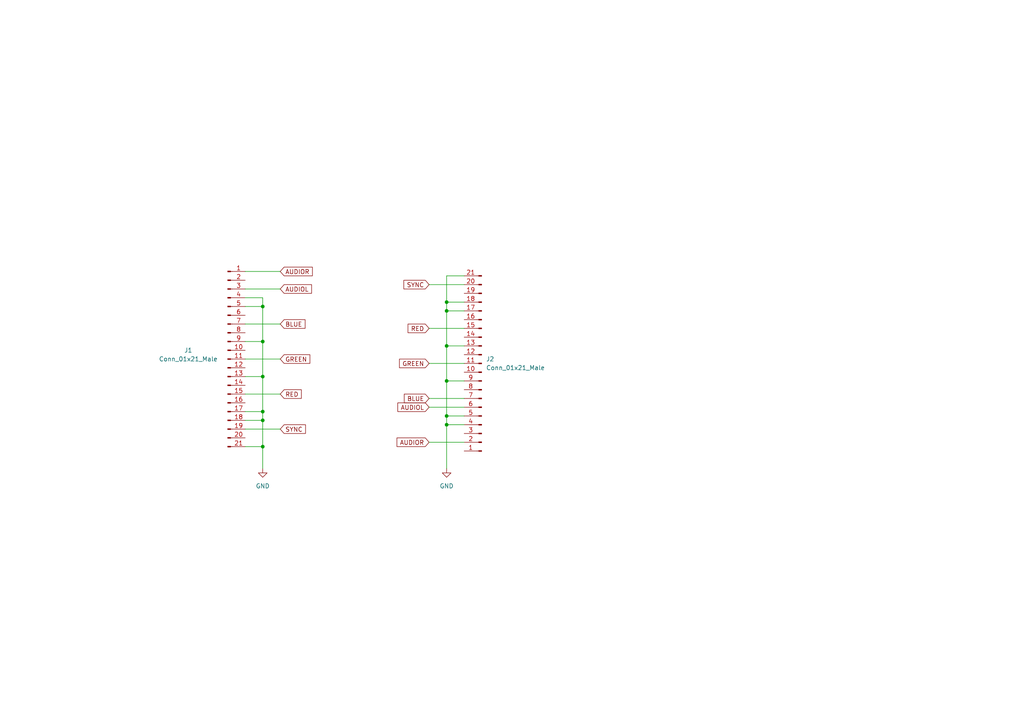
<source format=kicad_sch>
(kicad_sch (version 20211123) (generator eeschema)
  (paper "A4")
  (title_block (title "RT5XP-EXP-Interconnect") (date "2023-05-31") (rev "V1"))
  (lib_symbols
    (symbol "Connector:Conn_01x21_Male" (pin_names (offset 1.016) hide)
      (property "Reference" "J" (at 0 27.94 0))
      (property "Value" "Conn_01x21_Male" (at 0 -27.94 0))
      (symbol "Conn_01x21_Male_1_1"
        (polyline (pts (xy 1.27 -25.4) (xy 0.8636 -25.4)) (stroke (width 0.1524)))
        (polyline (pts (xy 1.27 -22.86) (xy 0.8636 -22.86)) (stroke (width 0.1524)))
        (polyline (pts (xy 1.27 -20.32) (xy 0.8636 -20.32)) (stroke (width 0.1524)))
        (polyline (pts (xy 1.27 -17.78) (xy 0.8636 -17.78)) (stroke (width 0.1524)))
        (polyline (pts (xy 1.27 -15.24) (xy 0.8636 -15.24)) (stroke (width 0.1524)))
        (polyline (pts (xy 1.27 -12.7) (xy 0.8636 -12.7)) (stroke (width 0.1524)))
        (polyline (pts (xy 1.27 -10.16) (xy 0.8636 -10.16)) (stroke (width 0.1524)))
        (polyline (pts (xy 1.27 -7.62) (xy 0.8636 -7.62)) (stroke (width 0.1524)))
        (polyline (pts (xy 1.27 -5.08) (xy 0.8636 -5.08)) (stroke (width 0.1524)))
        (polyline (pts (xy 1.27 -2.54) (xy 0.8636 -2.54)) (stroke (width 0.1524)))
        (polyline (pts (xy 1.27 0) (xy 0.8636 0)) (stroke (width 0.1524)))
        (polyline (pts (xy 1.27 2.54) (xy 0.8636 2.54)) (stroke (width 0.1524)))
        (polyline (pts (xy 1.27 5.08) (xy 0.8636 5.08)) (stroke (width 0.1524)))
        (polyline (pts (xy 1.27 7.62) (xy 0.8636 7.62)) (stroke (width 0.1524)))
        (polyline (pts (xy 1.27 10.16) (xy 0.8636 10.16)) (stroke (width 0.1524)))
        (polyline (pts (xy 1.27 12.7) (xy 0.8636 12.7)) (stroke (width 0.1524)))
        (polyline (pts (xy 1.27 15.24) (xy 0.8636 15.24)) (stroke (width 0.1524)))
        (polyline (pts (xy 1.27 17.78) (xy 0.8636 17.78)) (stroke (width 0.1524)))
        (polyline (pts (xy 1.27 20.32) (xy 0.8636 20.32)) (stroke (width 0.1524)))
        (polyline (pts (xy 1.27 22.86) (xy 0.8636 22.86)) (stroke (width 0.1524)))
        (polyline (pts (xy 1.27 25.4) (xy 0.8636 25.4)) (stroke (width 0.1524)))
        (rectangle (start 0.8636 -25.273) (end 0 -25.527) (stroke (width 0.1524)) (fill (type outline)))
        (rectangle (start 0.8636 -22.733) (end 0 -22.987) (stroke (width 0.1524)) (fill (type outline)))
        (rectangle (start 0.8636 -20.193) (end 0 -20.447) (stroke (width 0.1524)) (fill (type outline)))
        (rectangle (start 0.8636 -17.653) (end 0 -17.907) (stroke (width 0.1524)) (fill (type outline)))
        (rectangle (start 0.8636 -15.113) (end 0 -15.367) (stroke (width 0.1524)) (fill (type outline)))
        (rectangle (start 0.8636 -12.573) (end 0 -12.827) (stroke (width 0.1524)) (fill (type outline)))
        (rectangle (start 0.8636 -10.033) (end 0 -10.287) (stroke (width 0.1524)) (fill (type outline)))
        (rectangle (start 0.8636 -7.493) (end 0 -7.747) (stroke (width 0.1524)) (fill (type outline)))
        (rectangle (start 0.8636 -4.953) (end 0 -5.207) (stroke (width 0.1524)) (fill (type outline)))
        (rectangle (start 0.8636 -2.413) (end 0 -2.667) (stroke (width 0.1524)) (fill (type outline)))
        (rectangle (start 0.8636 0.127) (end 0 -0.127) (stroke (width 0.1524)) (fill (type outline)))
        (rectangle (start 0.8636 2.667) (end 0 2.413) (stroke (width 0.1524)) (fill (type outline)))
        (rectangle (start 0.8636 5.207) (end 0 4.953) (stroke (width 0.1524)) (fill (type outline)))
        (rectangle (start 0.8636 7.747) (end 0 7.493) (stroke (width 0.1524)) (fill (type outline)))
        (rectangle (start 0.8636 10.287) (end 0 10.033) (stroke (width 0.1524)) (fill (type outline)))
        (rectangle (start 0.8636 12.827) (end 0 12.573) (stroke (width 0.1524)) (fill (type outline)))
        (rectangle (start 0.8636 15.367) (end 0 15.113) (stroke (width 0.1524)) (fill (type outline)))
        (rectangle (start 0.8636 17.907) (end 0 17.653) (stroke (width 0.1524)) (fill (type outline)))
        (rectangle (start 0.8636 20.447) (end 0 20.193) (stroke (width 0.1524)) (fill (type outline)))
        (rectangle (start 0.8636 22.987) (end 0 22.733) (stroke (width 0.1524)) (fill (type outline)))
        (rectangle (start 0.8636 25.527) (end 0 25.273) (stroke (width 0.1524)) (fill (type outline)))
        (pin passive line (at 5.08 25.4 180) (length 3.81) (name "Pin_1") (number "1"))
        (pin passive line (at 5.08 2.54 180) (length 3.81) (name "Pin_10") (number "10"))
        (pin passive line (at 5.08 0 180) (length 3.81) (name "Pin_11") (number "11"))
        (pin passive line (at 5.08 -2.54 180) (length 3.81) (name "Pin_12") (number "12"))
        (pin passive line (at 5.08 -5.08 180) (length 3.81) (name "Pin_13") (number "13"))
        (pin passive line (at 5.08 -7.62 180) (length 3.81) (name "Pin_14") (number "14"))
        (pin passive line (at 5.08 -10.16 180) (length 3.81) (name "Pin_15") (number "15"))
        (pin passive line (at 5.08 -12.7 180) (length 3.81) (name "Pin_16") (number "16"))
        (pin passive line (at 5.08 -15.24 180) (length 3.81) (name "Pin_17") (number "17"))
        (pin passive line (at 5.08 -17.78 180) (length 3.81) (name "Pin_18") (number "18"))
        (pin passive line (at 5.08 -20.32 180) (length 3.81) (name "Pin_19") (number "19"))
        (pin passive line (at 5.08 22.86 180) (length 3.81) (name "Pin_2") (number "2"))
        (pin passive line (at 5.08 -22.86 180) (length 3.81) (name "Pin_20") (number "20"))
        (pin passive line (at 5.08 -25.4 180) (length 3.81) (name "Pin_21") (number "21"))
        (pin passive line (at 5.08 20.32 180) (length 3.81) (name "Pin_3") (number "3"))
        (pin passive line (at 5.08 17.78 180) (length 3.81) (name "Pin_4") (number "4"))
        (pin passive line (at 5.08 15.24 180) (length 3.81) (name "Pin_5") (number "5"))
        (pin passive line (at 5.08 12.7 180) (length 3.81) (name "Pin_6") (number "6"))
        (pin passive line (at 5.08 10.16 180) (length 3.81) (name "Pin_7") (number "7"))
        (pin passive line (at 5.08 7.62 180) (length 3.81) (name "Pin_8") (number "8"))
        (pin passive line (at 5.08 5.08 180) (length 3.81) (name "Pin_9") (number "9"))
      )
    )
    (symbol "power:GND" (power) (pin_names (offset 0))
      (property "Value" "GND" (at 0 -3.81 0))
      (symbol "GND_0_1"
        (polyline (pts (xy 0 0) (xy 0 -1.27) (xy 1.27 -1.27) (xy 0 -2.54) (xy -1.27 -1.27) (xy 0 -1.27)))
      )
      (symbol "GND_1_1"
        (pin power_in line (at 0 0 270) (length 0) hide (name "GND") (number "1"))
      )
    )
  )
  (junction (at 129.54 87.63))
  (junction (at 76.2 88.9))
  (junction (at 129.54 123.19))
  (junction (at 76.2 109.22))
  (junction (at 129.54 110.49))
  (junction (at 129.54 100.33))
  (junction (at 76.2 119.38))
  (junction (at 76.2 129.54))
  (junction (at 76.2 99.06))
  (junction (at 129.54 90.17))
  (junction (at 76.2 121.92))
  (junction (at 129.54 120.65))
  (wire (pts (xy 76.2 88.9) (xy 76.2 99.06)))
  (wire (pts (xy 71.12 129.54) (xy 76.2 129.54)))
  (wire (pts (xy 76.2 86.36) (xy 76.2 88.9)))
  (wire (pts (xy 129.54 87.63) (xy 129.54 80.01)))
  (wire (pts (xy 71.12 121.92) (xy 76.2 121.92)))
  (wire (pts (xy 129.54 120.65) (xy 134.62 120.65)))
  (wire (pts (xy 71.12 88.9) (xy 76.2 88.9)))
  (wire (pts (xy 129.54 90.17) (xy 129.54 87.63)))
  (wire (pts (xy 81.28 83.82) (xy 71.12 83.82)))
  (wire (pts (xy 124.46 105.41) (xy 134.62 105.41)))
  (wire (pts (xy 76.2 119.38) (xy 76.2 121.92)))
  (wire (pts (xy 129.54 100.33) (xy 134.62 100.33)))
  (wire (pts (xy 124.46 118.11) (xy 134.62 118.11)))
  (wire (pts (xy 76.2 99.06) (xy 76.2 109.22)))
  (wire (pts (xy 129.54 123.19) (xy 129.54 120.65)))
  (wire (pts (xy 124.46 82.55) (xy 134.62 82.55)))
  (wire (pts (xy 129.54 87.63) (xy 134.62 87.63)))
  (wire (pts (xy 76.2 129.54) (xy 76.2 135.89)))
  (wire (pts (xy 124.46 95.25) (xy 134.62 95.25)))
  (wire (pts (xy 81.28 93.98) (xy 71.12 93.98)))
  (wire (pts (xy 81.28 124.46) (xy 71.12 124.46)))
  (wire (pts (xy 129.54 123.19) (xy 134.62 123.19)))
  (wire (pts (xy 129.54 80.01) (xy 134.62 80.01)))
  (wire (pts (xy 76.2 109.22) (xy 76.2 119.38)))
  (wire (pts (xy 124.46 128.27) (xy 134.62 128.27)))
  (wire (pts (xy 71.12 109.22) (xy 76.2 109.22)))
  (wire (pts (xy 71.12 119.38) (xy 76.2 119.38)))
  (wire (pts (xy 129.54 90.17) (xy 134.62 90.17)))
  (wire (pts (xy 129.54 110.49) (xy 134.62 110.49)))
  (wire (pts (xy 129.54 120.65) (xy 129.54 110.49)))
  (wire (pts (xy 71.12 86.36) (xy 76.2 86.36)))
  (wire (pts (xy 129.54 110.49) (xy 129.54 100.33)))
  (wire (pts (xy 129.54 135.89) (xy 129.54 123.19)))
  (wire (pts (xy 129.54 100.33) (xy 129.54 90.17)))
  (wire (pts (xy 81.28 78.74) (xy 71.12 78.74)))
  (wire (pts (xy 76.2 121.92) (xy 76.2 129.54)))
  (wire (pts (xy 124.46 115.57) (xy 134.62 115.57)))
  (wire (pts (xy 81.28 114.3) (xy 71.12 114.3)))
  (wire (pts (xy 81.28 104.14) (xy 71.12 104.14)))
  (wire (pts (xy 71.12 99.06) (xy 76.2 99.06)))
  (global_label "GREEN" (shape input) (at 81.28 104.14 0) (property "Intersheet References" "${INTERSHEET_REFS}" (effects hide)))
  (global_label "AUDIOL" (shape input) (at 124.46 118.11 180) (property "Intersheet References" "${INTERSHEET_REFS}" (effects hide)))
  (global_label "SYNC" (shape input) (at 81.28 124.46 0) (property "Intersheet References" "${INTERSHEET_REFS}" (effects hide)))
  (global_label "GREEN" (shape input) (at 124.46 105.41 180) (property "Intersheet References" "${INTERSHEET_REFS}" (effects hide)))
  (global_label "RED" (shape input) (at 81.28 114.3 0) (property "Intersheet References" "${INTERSHEET_REFS}" (effects hide)))
  (global_label "BLUE" (shape input) (at 81.28 93.98 0) (property "Intersheet References" "${INTERSHEET_REFS}" (effects hide)))
  (global_label "BLUE" (shape input) (at 124.46 115.57 180) (property "Intersheet References" "${INTERSHEET_REFS}" (effects hide)))
  (global_label "SYNC" (shape input) (at 124.46 82.55 180) (property "Intersheet References" "${INTERSHEET_REFS}" (effects hide)))
  (global_label "AUDIOR" (shape input) (at 124.46 128.27 180) (property "Intersheet References" "${INTERSHEET_REFS}" (effects hide)))
  (global_label "RED" (shape input) (at 124.46 95.25 180) (property "Intersheet References" "${INTERSHEET_REFS}" (effects hide)))
  (global_label "AUDIOR" (shape input) (at 81.28 78.74 0) (property "Intersheet References" "${INTERSHEET_REFS}" (effects hide)))
  (global_label "AUDIOL" (shape input) (at 81.28 83.82 0) (property "Intersheet References" "${INTERSHEET_REFS}" (effects hide)))
  (symbol (lib_id "Connector:Conn_01x21_Male") (at 139.7 105.41 180) (unit 1)
    (property "Reference" "J2" (at 140.97 104.1399 0) (effects (justify right)))
    (property "Value" "Conn_01x21_Male" (at 140.97 106.68 0) (effects (justify right)))
    (property "Footprint" "AE:SCART_Male" (effects hide))
  )
  (symbol (lib_id "Connector:Conn_01x21_Male") (at 66.04 104.14 0) (unit 1)
    (property "Reference" "J1" (at 54.61 101.6 0))
    (property "Value" "Conn_01x21_Male" (at 54.61 104.14 0))
    (property "Footprint" "AE:SCART_Male" (effects hide))
  )
  (symbol (lib_id "power:GND") (at 76.2 135.89 0) (unit 1)
    (property "Reference" "#PWR?" (effects hide))
    (property "Value" "GND" (at 76.2 140.97 0))
  )
  (symbol (lib_id "power:GND") (at 129.54 135.89 0) (unit 1)
    (property "Reference" "#PWR?" (effects hide))
    (property "Value" "GND" (at 129.54 140.97 0))
  )
)
</source>
